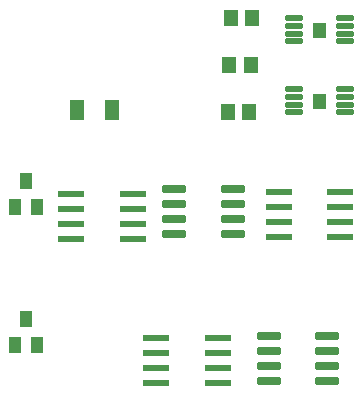
<source format=gbr>
%TF.GenerationSoftware,KiCad,Pcbnew,(6.0.5)*%
%TF.CreationDate,2023-06-19T13:08:36+02:00*%
%TF.ProjectId,PCB_Hoja,5043425f-486f-46a6-912e-6b696361645f,rev?*%
%TF.SameCoordinates,Original*%
%TF.FileFunction,Paste,Bot*%
%TF.FilePolarity,Positive*%
%FSLAX46Y46*%
G04 Gerber Fmt 4.6, Leading zero omitted, Abs format (unit mm)*
G04 Created by KiCad (PCBNEW (6.0.5)) date 2023-06-19 13:08:36*
%MOMM*%
%LPD*%
G01*
G04 APERTURE LIST*
G04 Aperture macros list*
%AMRoundRect*
0 Rectangle with rounded corners*
0 $1 Rounding radius*
0 $2 $3 $4 $5 $6 $7 $8 $9 X,Y pos of 4 corners*
0 Add a 4 corners polygon primitive as box body*
4,1,4,$2,$3,$4,$5,$6,$7,$8,$9,$2,$3,0*
0 Add four circle primitives for the rounded corners*
1,1,$1+$1,$2,$3*
1,1,$1+$1,$4,$5*
1,1,$1+$1,$6,$7*
1,1,$1+$1,$8,$9*
0 Add four rect primitives between the rounded corners*
20,1,$1+$1,$2,$3,$4,$5,0*
20,1,$1+$1,$4,$5,$6,$7,0*
20,1,$1+$1,$6,$7,$8,$9,0*
20,1,$1+$1,$8,$9,$2,$3,0*%
G04 Aperture macros list end*
%ADD10C,0.010000*%
%ADD11R,1.000000X1.400000*%
%ADD12R,2.200000X0.600000*%
%ADD13RoundRect,0.042000X0.943000X0.258000X-0.943000X0.258000X-0.943000X-0.258000X0.943000X-0.258000X0*%
%ADD14R,1.160000X1.820000*%
%ADD15RoundRect,0.028800X0.696200X0.211200X-0.696200X0.211200X-0.696200X-0.211200X0.696200X-0.211200X0*%
%ADD16RoundRect,0.028800X-0.696200X-0.211200X0.696200X-0.211200X0.696200X0.211200X-0.696200X0.211200X0*%
%ADD17R,1.150000X1.450000*%
G04 APERTURE END LIST*
%TO.C,R4*%
G36*
X137130000Y-80595000D02*
G01*
X136070000Y-80595000D01*
X136070000Y-79405000D01*
X137130000Y-79405000D01*
X137130000Y-80595000D01*
G37*
D10*
X137130000Y-80595000D02*
X136070000Y-80595000D01*
X136070000Y-79405000D01*
X137130000Y-79405000D01*
X137130000Y-80595000D01*
%TO.C,R3*%
G36*
X137130000Y-74595000D02*
G01*
X136070000Y-74595000D01*
X136070000Y-73405000D01*
X137130000Y-73405000D01*
X137130000Y-74595000D01*
G37*
X137130000Y-74595000D02*
X136070000Y-74595000D01*
X136070000Y-73405000D01*
X137130000Y-73405000D01*
X137130000Y-74595000D01*
%TD*%
D11*
%TO.C,U7*%
X111760000Y-86784000D03*
X110810000Y-88984000D03*
X112710000Y-88984000D03*
%TD*%
%TO.C,U6*%
X112710000Y-100668000D03*
X110810000Y-100668000D03*
X111760000Y-98468000D03*
%TD*%
D12*
%TO.C,U5*%
X128000000Y-101365000D03*
X122800000Y-101365000D03*
X128000000Y-100095000D03*
X128000000Y-102635000D03*
X128000000Y-103905000D03*
X122800000Y-100095000D03*
X122800000Y-102635000D03*
X122800000Y-103905000D03*
%TD*%
D13*
%TO.C,U4*%
X137270000Y-99895000D03*
X137270000Y-101165000D03*
X137270000Y-102435000D03*
X137270000Y-103705000D03*
X132330000Y-103705000D03*
X132330000Y-102435000D03*
X132330000Y-101165000D03*
X132330000Y-99895000D03*
%TD*%
D12*
%TO.C,U3*%
X120800000Y-89165000D03*
X115600000Y-89165000D03*
X120800000Y-87895000D03*
X120800000Y-90435000D03*
X120800000Y-91705000D03*
X115600000Y-87895000D03*
X115600000Y-90435000D03*
X115600000Y-91705000D03*
%TD*%
D13*
%TO.C,U2*%
X129270000Y-87495000D03*
X129270000Y-88765000D03*
X129270000Y-90035000D03*
X129270000Y-91305000D03*
X124330000Y-91305000D03*
X124330000Y-90035000D03*
X124330000Y-88765000D03*
X124330000Y-87495000D03*
%TD*%
D12*
%TO.C,U1*%
X138400000Y-88965000D03*
X133200000Y-88965000D03*
X138400000Y-87695000D03*
X138400000Y-90235000D03*
X138400000Y-91505000D03*
X133200000Y-87695000D03*
X133200000Y-90235000D03*
X133200000Y-91505000D03*
%TD*%
D14*
%TO.C,R6*%
X119075000Y-80800000D03*
X116125000Y-80800000D03*
%TD*%
D15*
%TO.C,R4*%
X138760000Y-79025000D03*
X138760000Y-79675000D03*
X138760000Y-80325000D03*
X138760000Y-80975000D03*
D16*
X134440000Y-80975000D03*
X134440000Y-80325000D03*
X134440000Y-79675000D03*
X134440000Y-79025000D03*
%TD*%
D15*
%TO.C,R3*%
X138760000Y-73025000D03*
X138760000Y-73675000D03*
X138760000Y-74325000D03*
X138760000Y-74975000D03*
D16*
X134440000Y-74975000D03*
X134440000Y-74325000D03*
X134440000Y-73675000D03*
X134440000Y-73025000D03*
%TD*%
D17*
%TO.C,C15*%
X130700000Y-81000000D03*
X128900000Y-81000000D03*
%TD*%
%TO.C,C13*%
X130800000Y-77000000D03*
X129000000Y-77000000D03*
%TD*%
%TO.C,C6*%
X130900000Y-73000000D03*
X129100000Y-73000000D03*
%TD*%
M02*

</source>
